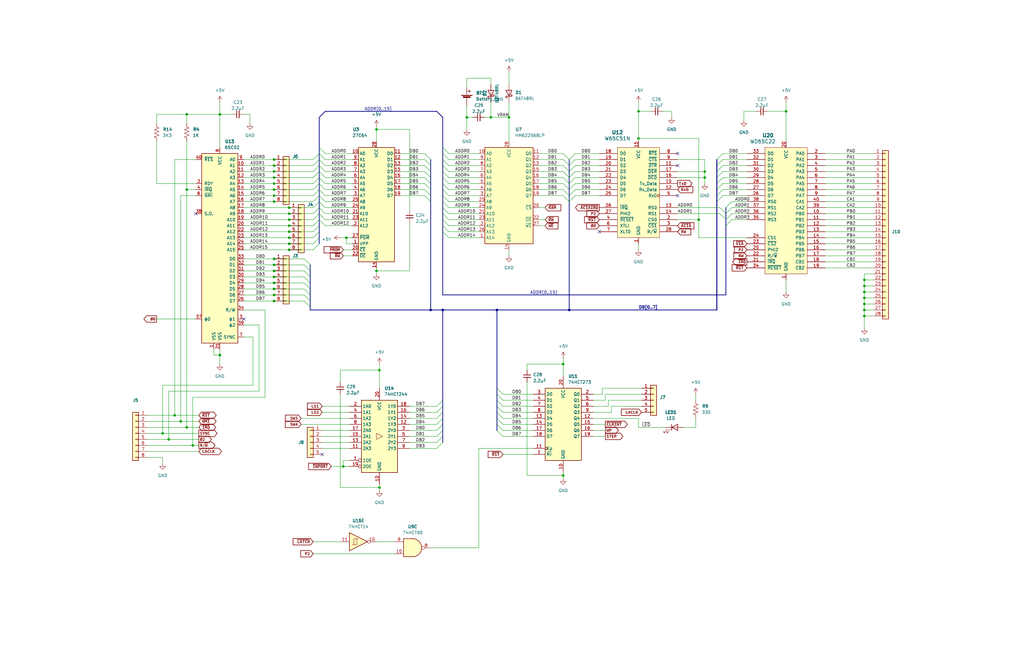
<source format=kicad_sch>
(kicad_sch (version 20230121) (generator eeschema)
  (paper "B")
  (title_block (title "XYM Microcomputer Remake") (date "2023-04-26") (rev "A") (company "JordanDSP LLC") (comment 1 "Original Design by Brian Webster, John Beckett et. Al.") (comment 2 "Schematic Reproduction by Benjamin W. D. Jordan"))
  (junction (at 115.57 77.47))
  (junction (at 160.02 205.74))
  (junction (at 364.49 133.35))
  (junction (at 237.49 153.67))
  (junction (at 115.57 109.22))
  (junction (at 297.18 72.39))
  (junction (at 364.49 130.81))
  (junction (at 121.92 97.79))
  (junction (at 331.47 46.99))
  (junction (at 146.05 100.33))
  (junction (at 115.57 111.76))
  (junction (at 115.57 67.31))
  (junction (at 115.57 116.84))
  (junction (at 76.2 177.8))
  (junction (at 158.75 54.61))
  (junction (at 186.69 130.81))
  (junction (at 115.57 69.85))
  (junction (at 81.28 187.96))
  (junction (at 294.64 92.71))
  (junction (at 121.92 90.17))
  (junction (at 115.57 85.09))
  (junction (at 364.49 128.27))
  (junction (at 115.57 114.3))
  (junction (at 269.24 46.99))
  (junction (at 121.92 87.63))
  (junction (at 121.92 92.71))
  (junction (at 115.57 82.55))
  (junction (at 115.57 72.39))
  (junction (at 78.74 48.26))
  (junction (at 73.66 175.26))
  (junction (at 209.55 130.81))
  (junction (at 78.74 80.01))
  (junction (at 115.57 119.38))
  (junction (at 115.57 74.93))
  (junction (at 92.71 48.26))
  (junction (at 240.03 130.81))
  (junction (at 115.57 127))
  (junction (at 115.57 80.01))
  (junction (at 364.49 123.19))
  (junction (at 207.01 49.53))
  (junction (at 121.92 105.41))
  (junction (at 158.75 114.3))
  (junction (at 269.24 58.42))
  (junction (at 78.74 180.34))
  (junction (at 214.63 49.53))
  (junction (at 364.49 125.73))
  (junction (at 71.12 185.42))
  (junction (at 121.92 95.25))
  (junction (at 68.58 182.88))
  (junction (at 92.71 149.86))
  (junction (at 115.57 121.92))
  (junction (at 144.78 196.85))
  (junction (at 121.92 100.33))
  (junction (at 196.85 49.53))
  (junction (at 364.49 120.65))
  (junction (at 297.18 74.93))
  (junction (at 115.57 124.46))
  (junction (at 364.49 118.11))
  (junction (at 181.61 130.81))
  (junction (at 237.49 200.66))
  (junction (at 121.92 102.87))
  (junction (at 160.02 156.21))
  (no_connect (at 252.73 97.79))
  (no_connect (at 285.75 69.85))
  (no_connect (at 285.75 82.55))
  (no_connect (at 82.55 90.17))
  (no_connect (at 102.87 134.62))
  (no_connect (at 285.75 64.77))
  (no_connect (at 135.89 191.77))
  (bus_entry (at 130.81 114.3) (size -2.54 -2.54))
  (bus_entry (at 134.62 80.01) (size -2.54 2.54))
  (bus_entry (at 134.62 85.09) (size 2.54 2.54))
  (bus_entry (at 209.55 181.61) (size 2.54 2.54))
  (bus_entry (at 306.07 92.71) (size 2.54 -2.54))
  (bus_entry (at 134.62 69.85) (size 2.54 2.54))
  (bus_entry (at 186.69 168.91) (size -2.54 2.54))
  (bus_entry (at 240.03 72.39) (size -2.54 -2.54))
  (bus_entry (at 134.62 92.71) (size -2.54 2.54))
  (bus_entry (at 306.07 95.25) (size 2.54 -2.54))
  (bus_entry (at 186.69 87.63) (size 2.54 2.54))
  (bus_entry (at 130.81 124.46) (size -2.54 -2.54))
  (bus_entry (at 181.61 82.55) (size -2.54 -2.54))
  (bus_entry (at 186.69 77.47) (size 2.54 2.54))
  (bus_entry (at 134.62 74.93) (size 2.54 2.54))
  (bus_entry (at 240.03 77.47) (size -2.54 -2.54))
  (bus_entry (at 240.03 82.55) (size 2.54 -2.54))
  (bus_entry (at 240.03 67.31) (size 2.54 -2.54))
  (bus_entry (at 240.03 69.85) (size 2.54 -2.54))
  (bus_entry (at 186.69 69.85) (size 2.54 2.54))
  (bus_entry (at 134.62 82.55) (size -2.54 2.54))
  (bus_entry (at 209.55 171.45) (size 2.54 2.54))
  (bus_entry (at 130.81 127) (size -2.54 -2.54))
  (bus_entry (at 134.62 85.09) (size -2.54 2.54))
  (bus_entry (at 134.62 64.77) (size -2.54 2.54))
  (bus_entry (at 186.69 173.99) (size -2.54 2.54))
  (bus_entry (at 240.03 67.31) (size -2.54 -2.54))
  (bus_entry (at 181.61 80.01) (size -2.54 -2.54))
  (bus_entry (at 209.55 176.53) (size 2.54 2.54))
  (bus_entry (at 186.69 184.15) (size -2.54 2.54))
  (bus_entry (at 186.69 64.77) (size 2.54 2.54))
  (bus_entry (at 186.69 82.55) (size 2.54 2.54))
  (bus_entry (at 209.55 173.99) (size 2.54 2.54))
  (bus_entry (at 186.69 72.39) (size 2.54 2.54))
  (bus_entry (at 181.61 74.93) (size -2.54 -2.54))
  (bus_entry (at 134.62 95.25) (size -2.54 2.54))
  (bus_entry (at 302.26 80.01) (size 2.54 -2.54))
  (bus_entry (at 302.26 74.93) (size 2.54 -2.54))
  (bus_entry (at 302.26 85.09) (size 2.54 -2.54))
  (bus_entry (at 186.69 97.79) (size 2.54 2.54))
  (bus_entry (at 209.55 166.37) (size 2.54 2.54))
  (bus_entry (at 186.69 171.45) (size -2.54 2.54))
  (bus_entry (at 186.69 74.93) (size 2.54 2.54))
  (bus_entry (at 134.62 90.17) (size 2.54 2.54))
  (bus_entry (at 240.03 85.09) (size 2.54 -2.54))
  (bus_entry (at 302.26 77.47) (size 2.54 -2.54))
  (bus_entry (at 134.62 87.63) (size -2.54 2.54))
  (bus_entry (at 186.69 80.01) (size 2.54 2.54))
  (bus_entry (at 306.07 90.17) (size -2.54 -2.54))
  (bus_entry (at 181.61 85.09) (size -2.54 -2.54))
  (bus_entry (at 134.62 62.23) (size 2.54 2.54))
  (bus_entry (at 302.26 69.85) (size 2.54 -2.54))
  (bus_entry (at 130.81 129.54) (size -2.54 -2.54))
  (bus_entry (at 134.62 77.47) (size -2.54 2.54))
  (bus_entry (at 134.62 74.93) (size -2.54 2.54))
  (bus_entry (at 130.81 111.76) (size -2.54 -2.54))
  (bus_entry (at 134.62 102.87) (size -2.54 2.54))
  (bus_entry (at 240.03 85.09) (size -2.54 -2.54))
  (bus_entry (at 302.26 82.55) (size 2.54 -2.54))
  (bus_entry (at 134.62 72.39) (size 2.54 2.54))
  (bus_entry (at 240.03 77.47) (size 2.54 -2.54))
  (bus_entry (at 186.69 67.31) (size 2.54 2.54))
  (bus_entry (at 240.03 74.93) (size 2.54 -2.54))
  (bus_entry (at 181.61 69.85) (size -2.54 -2.54))
  (bus_entry (at 240.03 69.85) (size -2.54 -2.54))
  (bus_entry (at 134.62 69.85) (size -2.54 2.54))
  (bus_entry (at 306.07 90.17) (size 2.54 -2.54))
  (bus_entry (at 306.07 87.63) (size 2.54 -2.54))
  (bus_entry (at 186.69 62.23) (size 2.54 2.54))
  (bus_entry (at 134.62 80.01) (size 2.54 2.54))
  (bus_entry (at 130.81 119.38) (size -2.54 -2.54))
  (bus_entry (at 240.03 72.39) (size 2.54 -2.54))
  (bus_entry (at 134.62 82.55) (size 2.54 2.54))
  (bus_entry (at 134.62 87.63) (size 2.54 2.54))
  (bus_entry (at 209.55 163.83) (size 2.54 2.54))
  (bus_entry (at 302.26 67.31) (size 2.54 -2.54))
  (bus_entry (at 240.03 80.01) (size 2.54 -2.54))
  (bus_entry (at 186.69 92.71) (size 2.54 2.54))
  (bus_entry (at 134.62 64.77) (size 2.54 2.54))
  (bus_entry (at 186.69 85.09) (size 2.54 2.54))
  (bus_entry (at 306.07 92.71) (size -2.54 -2.54))
  (bus_entry (at 130.81 121.92) (size -2.54 -2.54))
  (bus_entry (at 134.62 77.47) (size 2.54 2.54))
  (bus_entry (at 209.55 179.07) (size 2.54 2.54))
  (bus_entry (at 240.03 82.55) (size -2.54 -2.54))
  (bus_entry (at 302.26 72.39) (size 2.54 -2.54))
  (bus_entry (at 134.62 67.31) (size 2.54 2.54))
  (bus_entry (at 186.69 186.69) (size -2.54 2.54))
  (bus_entry (at 181.61 72.39) (size -2.54 -2.54))
  (bus_entry (at 186.69 90.17) (size 2.54 2.54))
  (bus_entry (at 134.62 72.39) (size -2.54 2.54))
  (bus_entry (at 181.61 67.31) (size -2.54 -2.54))
  (bus_entry (at 134.62 100.33) (size -2.54 2.54))
  (bus_entry (at 240.03 74.93) (size -2.54 -2.54))
  (bus_entry (at 181.61 77.47) (size -2.54 -2.54))
  (bus_entry (at 209.55 168.91) (size 2.54 2.54))
  (bus_entry (at 186.69 176.53) (size -2.54 2.54))
  (bus_entry (at 134.62 90.17) (size -2.54 2.54))
  (bus_entry (at 134.62 67.31) (size -2.54 2.54))
  (bus_entry (at 186.69 179.07) (size -2.54 2.54))
  (bus_entry (at 186.69 181.61) (size -2.54 2.54))
  (bus_entry (at 186.69 95.25) (size 2.54 2.54))
  (bus_entry (at 130.81 116.84) (size -2.54 -2.54))
  (bus_entry (at 134.62 97.79) (size -2.54 2.54))
  (bus_entry (at 134.62 92.71) (size 2.54 2.54))
  (bus_entry (at 240.03 80.01) (size -2.54 -2.54))
  (wire (pts (xy 115.57 114.3) (xy 128.27 114.3)))
  (wire (pts (xy 115.57 127) (xy 102.87 127)))
  (wire (pts (xy 111.76 130.81) (xy 111.76 167.64)))
  (bus (pts (xy 306.07 95.25) (xy 306.07 124.46)))
  (bus (pts (xy 209.55 176.53) (xy 209.55 179.07)))
  (wire (pts (xy 364.49 128.27) (xy 364.49 125.73)))
  (bus (pts (xy 186.69 82.55) (xy 186.69 85.09)))
  (wire (pts (xy 139.7 196.85) (xy 144.78 196.85)))
  (wire (pts (xy 196.85 49.53) (xy 196.85 54.61)))
  (wire (pts (xy 137.16 69.85) (xy 148.59 69.85)))
  (wire (pts (xy 347.98 107.95) (xy 368.3 107.95)))
  (wire (pts (xy 137.16 92.71) (xy 148.59 92.71)))
  (wire (pts (xy 102.87 105.41) (xy 121.92 105.41)))
  (wire (pts (xy 158.75 228.6) (xy 166.37 228.6)))
  (wire (pts (xy 92.71 153.67) (xy 92.71 149.86)))
  (bus (pts (xy 306.07 87.63) (xy 306.07 90.17)))
  (wire (pts (xy 158.75 113.03) (xy 158.75 114.3)))
  (bus (pts (xy 130.81 130.81) (xy 181.61 130.81)))
  (wire (pts (xy 102.87 74.93) (xy 115.57 74.93)))
  (wire (pts (xy 137.16 67.31) (xy 148.59 67.31)))
  (wire (pts (xy 270.51 168.91) (xy 256.54 168.91)))
  (wire (pts (xy 62.23 175.26) (xy 73.66 175.26)))
  (wire (pts (xy 304.8 64.77) (xy 314.96 64.77)))
  (wire (pts (xy 347.98 67.31) (xy 368.3 67.31)))
  (wire (pts (xy 207.01 49.53) (xy 207.01 43.18)))
  (wire (pts (xy 121.92 105.41) (xy 132.08 105.41)))
  (bus (pts (xy 302.26 69.85) (xy 302.26 72.39)) (stroke (width 0.4)))
  (bus (pts (xy 186.69 64.77) (xy 186.69 67.31)))
  (bus (pts (xy 181.61 67.31) (xy 181.61 69.85)))
  (wire (pts (xy 102.87 95.25) (xy 121.92 95.25)))
  (wire (pts (xy 222.25 200.66) (xy 237.49 200.66)))
  (wire (pts (xy 364.49 133.35) (xy 364.49 130.81)))
  (wire (pts (xy 83.82 185.42) (xy 71.12 185.42)))
  (wire (pts (xy 364.49 130.81) (xy 364.49 128.27)))
  (wire (pts (xy 102.87 130.81) (xy 111.76 130.81)))
  (wire (pts (xy 144.78 107.95) (xy 148.59 107.95)))
  (bus (pts (xy 181.61 74.93) (xy 181.61 77.47)))
  (wire (pts (xy 78.74 52.07) (xy 78.74 48.26)))
  (wire (pts (xy 254 163.83) (xy 254 166.37)))
  (wire (pts (xy 347.98 82.55) (xy 368.3 82.55)))
  (wire (pts (xy 179.07 64.77) (xy 168.91 64.77)))
  (wire (pts (xy 293.37 168.91) (xy 293.37 166.37)))
  (bus (pts (xy 130.81 114.3) (xy 130.81 116.84)))
  (bus (pts (xy 240.03 82.55) (xy 240.03 85.09)))
  (wire (pts (xy 304.8 80.01) (xy 314.96 80.01)))
  (wire (pts (xy 364.49 120.65) (xy 364.49 118.11)))
  (wire (pts (xy 106.68 162.56) (xy 68.58 162.56)))
  (bus (pts (xy 181.61 80.01) (xy 181.61 82.55)))
  (wire (pts (xy 179.07 69.85) (xy 168.91 69.85)))
  (wire (pts (xy 212.09 173.99) (xy 224.79 173.99)))
  (wire (pts (xy 229.87 95.25) (xy 227.33 95.25)))
  (wire (pts (xy 115.57 124.46) (xy 102.87 124.46)))
  (wire (pts (xy 132.08 233.68) (xy 166.37 233.68)))
  (wire (pts (xy 158.75 54.61) (xy 158.75 59.69)))
  (wire (pts (xy 172.72 173.99) (xy 184.15 173.99)))
  (bus (pts (xy 186.69 168.91) (xy 186.69 171.45)))
  (wire (pts (xy 115.57 82.55) (xy 132.08 82.55)))
  (wire (pts (xy 257.81 173.99) (xy 250.19 173.99)))
  (wire (pts (xy 364.49 128.27) (xy 368.3 128.27)))
  (wire (pts (xy 347.98 97.79) (xy 368.3 97.79)))
  (bus (pts (xy 186.69 171.45) (xy 186.69 173.99)))
  (bus (pts (xy 134.62 90.17) (xy 134.62 92.71)))
  (wire (pts (xy 172.72 181.61) (xy 184.15 181.61)))
  (wire (pts (xy 308.61 87.63) (xy 314.96 87.63)))
  (wire (pts (xy 331.47 123.19) (xy 331.47 118.11)))
  (bus (pts (xy 134.62 100.33) (xy 134.62 102.87)))
  (wire (pts (xy 76.2 82.55) (xy 82.55 82.55)))
  (wire (pts (xy 196.85 49.53) (xy 199.39 49.53)))
  (wire (pts (xy 66.04 48.26) (xy 78.74 48.26)))
  (bus (pts (xy 186.69 181.61) (xy 186.69 184.15)))
  (wire (pts (xy 115.57 121.92) (xy 102.87 121.92)))
  (wire (pts (xy 270.51 166.37) (xy 255.27 166.37)))
  (wire (pts (xy 78.74 180.34) (xy 78.74 80.01)))
  (bus (pts (xy 186.69 49.53) (xy 184.15 46.99)))
  (wire (pts (xy 347.98 110.49) (xy 368.3 110.49)))
  (wire (pts (xy 115.57 85.09) (xy 132.08 85.09)))
  (wire (pts (xy 115.57 80.01) (xy 132.08 80.01)))
  (wire (pts (xy 285.75 92.71) (xy 294.64 92.71)))
  (wire (pts (xy 347.98 64.77) (xy 368.3 64.77)))
  (wire (pts (xy 237.49 82.55) (xy 227.33 82.55)))
  (wire (pts (xy 347.98 77.47) (xy 368.3 77.47)))
  (wire (pts (xy 347.98 85.09) (xy 368.3 85.09)))
  (bus (pts (xy 181.61 72.39) (xy 181.61 74.93)))
  (bus (pts (xy 186.69 49.53) (xy 186.69 62.23)))
  (bus (pts (xy 302.26 80.01) (xy 302.26 82.55)) (stroke (width 0.4)))
  (wire (pts (xy 83.82 190.5) (xy 62.23 190.5)))
  (wire (pts (xy 78.74 59.69) (xy 78.74 80.01)))
  (wire (pts (xy 285.75 74.93) (xy 297.18 74.93)))
  (wire (pts (xy 127 176.53) (xy 147.32 176.53)))
  (bus (pts (xy 306.07 124.46) (xy 186.69 124.46)))
  (wire (pts (xy 189.23 80.01) (xy 201.93 80.01)))
  (wire (pts (xy 144.78 196.85) (xy 147.32 196.85)))
  (wire (pts (xy 68.58 195.58) (xy 68.58 193.04)))
  (wire (pts (xy 364.49 125.73) (xy 368.3 125.73)))
  (wire (pts (xy 297.18 72.39) (xy 297.18 74.93)))
  (bus (pts (xy 186.69 179.07) (xy 186.69 181.61)))
  (wire (pts (xy 364.49 130.81) (xy 368.3 130.81)))
  (wire (pts (xy 137.16 95.25) (xy 148.59 95.25)))
  (bus (pts (xy 209.55 168.91) (xy 209.55 171.45)))
  (wire (pts (xy 92.71 48.26) (xy 97.79 48.26)))
  (bus (pts (xy 134.62 69.85) (xy 134.62 72.39)))
  (wire (pts (xy 237.49 153.67) (xy 237.49 158.75)))
  (wire (pts (xy 242.57 67.31) (xy 252.73 67.31)))
  (wire (pts (xy 76.2 177.8) (xy 83.82 177.8)))
  (wire (pts (xy 285.75 72.39) (xy 297.18 72.39)))
  (bus (pts (xy 240.03 67.31) (xy 240.03 69.85)))
  (bus (pts (xy 240.03 80.01) (xy 240.03 82.55)))
  (wire (pts (xy 121.92 95.25) (xy 132.08 95.25)))
  (wire (pts (xy 189.23 74.93) (xy 201.93 74.93)))
  (wire (pts (xy 189.23 100.33) (xy 201.93 100.33)))
  (wire (pts (xy 242.57 69.85) (xy 252.73 69.85)))
  (wire (pts (xy 304.8 82.55) (xy 314.96 82.55)))
  (wire (pts (xy 172.72 179.07) (xy 184.15 179.07)))
  (wire (pts (xy 62.23 180.34) (xy 78.74 180.34)))
  (wire (pts (xy 102.87 102.87) (xy 121.92 102.87)))
  (wire (pts (xy 121.92 90.17) (xy 132.08 90.17)))
  (wire (pts (xy 158.75 53.34) (xy 158.75 54.61)))
  (bus (pts (xy 186.69 62.23) (xy 186.69 64.77)))
  (bus (pts (xy 209.55 130.81) (xy 209.55 163.83)))
  (bus (pts (xy 240.03 69.85) (xy 240.03 72.39)))
  (wire (pts (xy 115.57 119.38) (xy 102.87 119.38)))
  (wire (pts (xy 201.93 231.14) (xy 201.93 189.23)))
  (wire (pts (xy 158.75 114.3) (xy 158.75 115.57)))
  (wire (pts (xy 364.49 118.11) (xy 368.3 118.11)))
  (bus (pts (xy 130.81 116.84) (xy 130.81 119.38)))
  (wire (pts (xy 212.09 171.45) (xy 224.79 171.45)))
  (wire (pts (xy 364.49 123.19) (xy 364.49 120.65)))
  (wire (pts (xy 78.74 80.01) (xy 82.55 80.01)))
  (wire (pts (xy 73.66 175.26) (xy 83.82 175.26)))
  (bus (pts (xy 134.62 67.31) (xy 134.62 69.85)))
  (wire (pts (xy 294.64 58.42) (xy 269.24 58.42)))
  (wire (pts (xy 285.75 87.63) (xy 303.53 87.63)))
  (wire (pts (xy 71.12 165.1) (xy 71.12 185.42)))
  (wire (pts (xy 137.16 90.17) (xy 148.59 90.17)))
  (wire (pts (xy 102.87 69.85) (xy 115.57 69.85)))
  (wire (pts (xy 115.57 77.47) (xy 132.08 77.47)))
  (wire (pts (xy 144.78 105.41) (xy 148.59 105.41)))
  (bus (pts (xy 186.69 87.63) (xy 186.69 90.17)))
  (wire (pts (xy 256.54 168.91) (xy 256.54 171.45)))
  (wire (pts (xy 115.57 114.3) (xy 102.87 114.3)))
  (wire (pts (xy 347.98 100.33) (xy 368.3 100.33)))
  (bus (pts (xy 186.69 74.93) (xy 186.69 77.47)))
  (wire (pts (xy 283.21 46.99) (xy 279.4 46.99)))
  (bus (pts (xy 240.03 77.47) (xy 240.03 80.01)))
  (wire (pts (xy 179.07 82.55) (xy 168.91 82.55)))
  (wire (pts (xy 137.16 85.09) (xy 148.59 85.09)))
  (wire (pts (xy 146.05 102.87) (xy 146.05 100.33)))
  (wire (pts (xy 347.98 69.85) (xy 368.3 69.85)))
  (bus (pts (xy 186.69 92.71) (xy 186.69 95.25)))
  (wire (pts (xy 78.74 48.26) (xy 92.71 48.26)))
  (bus (pts (xy 209.55 166.37) (xy 209.55 168.91)))
  (wire (pts (xy 81.28 187.96) (xy 62.23 187.96)))
  (wire (pts (xy 364.49 125.73) (xy 364.49 123.19)))
  (wire (pts (xy 269.24 176.53) (xy 250.19 176.53)))
  (wire (pts (xy 121.92 87.63) (xy 132.08 87.63)))
  (wire (pts (xy 73.66 67.31) (xy 82.55 67.31)))
  (wire (pts (xy 102.87 87.63) (xy 121.92 87.63)))
  (bus (pts (xy 209.55 171.45) (xy 209.55 173.99)))
  (wire (pts (xy 137.16 72.39) (xy 148.59 72.39)))
  (wire (pts (xy 237.49 69.85) (xy 227.33 69.85)))
  (wire (pts (xy 212.09 168.91) (xy 224.79 168.91)))
  (bus (pts (xy 134.62 80.01) (xy 134.62 82.55)))
  (wire (pts (xy 201.93 87.63) (xy 189.23 87.63)))
  (wire (pts (xy 66.04 77.47) (xy 66.04 59.69)))
  (wire (pts (xy 347.98 113.03) (xy 368.3 113.03)))
  (wire (pts (xy 331.47 43.18) (xy 331.47 46.99)))
  (wire (pts (xy 92.71 43.18) (xy 92.71 48.26)))
  (wire (pts (xy 90.17 147.32) (xy 90.17 149.86)))
  (wire (pts (xy 347.98 72.39) (xy 368.3 72.39)))
  (wire (pts (xy 172.72 189.23) (xy 184.15 189.23)))
  (wire (pts (xy 347.98 90.17) (xy 368.3 90.17)))
  (bus (pts (xy 134.62 97.79) (xy 134.62 100.33)))
  (wire (pts (xy 137.16 74.93) (xy 148.59 74.93)))
  (wire (pts (xy 212.09 179.07) (xy 224.79 179.07)))
  (wire (pts (xy 115.57 111.76) (xy 128.27 111.76)))
  (bus (pts (xy 134.62 85.09) (xy 134.62 87.63)))
  (bus (pts (xy 181.61 130.81) (xy 186.69 130.81)))
  (wire (pts (xy 105.41 52.07) (xy 105.41 48.26)))
  (wire (pts (xy 237.49 201.93) (xy 237.49 200.66)))
  (wire (pts (xy 364.49 133.35) (xy 368.3 133.35)))
  (bus (pts (xy 134.62 77.47) (xy 134.62 80.01)))
  (bus (pts (xy 134.62 87.63) (xy 134.62 90.17)))
  (wire (pts (xy 66.04 134.62) (xy 82.55 134.62)))
  (wire (pts (xy 71.12 185.42) (xy 62.23 185.42)))
  (wire (pts (xy 207.01 35.56) (xy 207.01 33.02)))
  (wire (pts (xy 102.87 82.55) (xy 115.57 82.55)))
  (wire (pts (xy 269.24 43.18) (xy 269.24 46.99)))
  (wire (pts (xy 137.16 77.47) (xy 148.59 77.47)))
  (wire (pts (xy 102.87 90.17) (xy 121.92 90.17)))
  (wire (pts (xy 172.72 186.69) (xy 184.15 186.69)))
  (wire (pts (xy 179.07 67.31) (xy 168.91 67.31)))
  (wire (pts (xy 364.49 138.43) (xy 364.49 133.35)))
  (wire (pts (xy 179.07 80.01) (xy 168.91 80.01)))
  (wire (pts (xy 160.02 156.21) (xy 160.02 163.83)))
  (bus (pts (xy 186.69 69.85) (xy 186.69 72.39)))
  (bus (pts (xy 302.26 82.55) (xy 302.26 85.09)) (stroke (width 0.4)))
  (wire (pts (xy 102.87 67.31) (xy 115.57 67.31)))
  (wire (pts (xy 109.22 137.16) (xy 109.22 165.1)))
  (wire (pts (xy 214.63 30.48) (xy 214.63 35.56)))
  (wire (pts (xy 172.72 93.98) (xy 172.72 114.3)))
  (wire (pts (xy 196.85 44.45) (xy 196.85 49.53)))
  (bus (pts (xy 186.69 173.99) (xy 186.69 176.53)))
  (bus (pts (xy 240.03 72.39) (xy 240.03 74.93)))
  (bus (pts (xy 134.62 72.39) (xy 134.62 74.93)))
  (wire (pts (xy 102.87 137.16) (xy 109.22 137.16)))
  (wire (pts (xy 347.98 102.87) (xy 368.3 102.87)))
  (wire (pts (xy 364.49 120.65) (xy 368.3 120.65)))
  (bus (pts (xy 130.81 129.54) (xy 130.81 130.81)))
  (wire (pts (xy 179.07 77.47) (xy 168.91 77.47)))
  (wire (pts (xy 121.92 100.33) (xy 132.08 100.33)))
  (wire (pts (xy 242.57 64.77) (xy 252.73 64.77)))
  (bus (pts (xy 134.62 92.71) (xy 134.62 95.25)))
  (wire (pts (xy 102.87 142.24) (xy 106.68 142.24)))
  (wire (pts (xy 283.21 49.53) (xy 283.21 46.99)))
  (wire (pts (xy 115.57 109.22) (xy 128.27 109.22)))
  (wire (pts (xy 256.54 171.45) (xy 250.19 171.45)))
  (bus (pts (xy 130.81 121.92) (xy 130.81 124.46)))
  (wire (pts (xy 132.08 228.6) (xy 143.51 228.6)))
  (wire (pts (xy 135.89 171.45) (xy 147.32 171.45)))
  (wire (pts (xy 189.23 69.85) (xy 201.93 69.85)))
  (wire (pts (xy 293.37 180.34) (xy 293.37 176.53)))
  (bus (pts (xy 186.69 90.17) (xy 186.69 92.71)))
  (bus (pts (xy 134.62 95.25) (xy 134.62 97.79)))
  (wire (pts (xy 102.87 100.33) (xy 121.92 100.33)))
  (wire (pts (xy 270.51 163.83) (xy 254 163.83)))
  (bus (pts (xy 302.26 74.93) (xy 302.26 77.47)) (stroke (width 0.4)))
  (wire (pts (xy 81.28 167.64) (xy 81.28 187.96)))
  (wire (pts (xy 285.75 67.31) (xy 297.18 67.31)))
  (wire (pts (xy 160.02 207.01) (xy 160.02 205.74)))
  (wire (pts (xy 237.49 74.93) (xy 227.33 74.93)))
  (bus (pts (xy 181.61 69.85) (xy 181.61 72.39)))
  (wire (pts (xy 207.01 33.02) (xy 196.85 33.02)))
  (wire (pts (xy 222.25 156.21) (xy 222.25 153.67)))
  (wire (pts (xy 172.72 171.45) (xy 184.15 171.45)))
  (wire (pts (xy 347.98 105.41) (xy 368.3 105.41)))
  (wire (pts (xy 364.49 115.57) (xy 368.3 115.57)))
  (wire (pts (xy 189.23 82.55) (xy 201.93 82.55)))
  (wire (pts (xy 143.51 166.37) (xy 143.51 205.74)))
  (wire (pts (xy 364.49 123.19) (xy 368.3 123.19)))
  (bus (pts (xy 306.07 90.17) (xy 306.07 92.71)))
  (wire (pts (xy 68.58 182.88) (xy 62.23 182.88)))
  (wire (pts (xy 254 166.37) (xy 250.19 166.37)))
  (wire (pts (xy 115.57 74.93) (xy 132.08 74.93)))
  (bus (pts (xy 209.55 163.83) (xy 209.55 166.37)))
  (wire (pts (xy 269.24 46.99) (xy 274.32 46.99)))
  (wire (pts (xy 242.57 77.47) (xy 252.73 77.47)))
  (wire (pts (xy 144.78 194.31) (xy 144.78 196.85)))
  (wire (pts (xy 115.57 72.39) (xy 132.08 72.39)))
  (wire (pts (xy 137.16 80.01) (xy 148.59 80.01)))
  (wire (pts (xy 73.66 175.26) (xy 73.66 67.31)))
  (wire (pts (xy 212.09 176.53) (xy 224.79 176.53)))
  (wire (pts (xy 115.57 124.46) (xy 128.27 124.46)))
  (wire (pts (xy 222.25 153.67) (xy 237.49 153.67)))
  (wire (pts (xy 172.72 54.61) (xy 158.75 54.61)))
  (wire (pts (xy 135.89 181.61) (xy 147.32 181.61)))
  (bus (pts (xy 137.16 46.99) (xy 184.15 46.99)))
  (bus (pts (xy 186.69 95.25) (xy 186.69 97.79)))
  (wire (pts (xy 269.24 46.99) (xy 269.24 58.42)))
  (bus (pts (xy 186.69 72.39) (xy 186.69 74.93)))
  (bus (pts (xy 186.69 67.31) (xy 186.69 69.85)))
  (wire (pts (xy 115.57 69.85) (xy 132.08 69.85)))
  (bus (pts (xy 186.69 80.01) (xy 186.69 82.55)))
  (bus (pts (xy 130.81 111.76) (xy 130.81 114.3)))
  (wire (pts (xy 308.61 90.17) (xy 314.96 90.17)))
  (wire (pts (xy 189.23 64.77) (xy 201.93 64.77)))
  (wire (pts (xy 137.16 64.77) (xy 148.59 64.77)))
  (wire (pts (xy 146.05 100.33) (xy 148.59 100.33)))
  (bus (pts (xy 130.81 124.46) (xy 130.81 127)))
  (wire (pts (xy 115.57 121.92) (xy 128.27 121.92)))
  (wire (pts (xy 347.98 92.71) (xy 368.3 92.71)))
  (bus (pts (xy 186.69 130.81) (xy 209.55 130.81)))
  (bus (pts (xy 186.69 77.47) (xy 186.69 80.01)))
  (wire (pts (xy 102.87 72.39) (xy 115.57 72.39)))
  (wire (pts (xy 82.55 77.47) (xy 66.04 77.47)))
  (wire (pts (xy 92.71 149.86) (xy 92.71 147.32)))
  (wire (pts (xy 257.81 171.45) (xy 257.81 173.99)))
  (wire (pts (xy 242.57 72.39) (xy 252.73 72.39)))
  (wire (pts (xy 347.98 74.93) (xy 368.3 74.93)))
  (wire (pts (xy 135.89 173.99) (xy 147.32 173.99)))
  (wire (pts (xy 308.61 92.71) (xy 314.96 92.71)))
  (bus (pts (xy 186.69 176.53) (xy 186.69 179.07)))
  (wire (pts (xy 189.23 92.71) (xy 201.93 92.71)))
  (bus (pts (xy 186.69 184.15) (xy 186.69 186.69)))
  (wire (pts (xy 189.23 95.25) (xy 201.93 95.25)))
  (bus (pts (xy 302.26 72.39) (xy 302.26 74.93)) (stroke (width 0.4)))
  (wire (pts (xy 237.49 67.31) (xy 227.33 67.31)))
  (wire (pts (xy 181.61 231.14) (xy 201.93 231.14)))
  (wire (pts (xy 135.89 184.15) (xy 147.32 184.15)))
  (wire (pts (xy 314.96 100.33) (xy 294.64 100.33)))
  (wire (pts (xy 115.57 116.84) (xy 102.87 116.84)))
  (wire (pts (xy 111.76 167.64) (xy 81.28 167.64)))
  (wire (pts (xy 115.57 67.31) (xy 132.08 67.31)))
  (wire (pts (xy 102.87 92.71) (xy 121.92 92.71)))
  (wire (pts (xy 347.98 80.01) (xy 368.3 80.01)))
  (bus (pts (xy 181.61 85.09) (xy 181.61 130.81)))
  (wire (pts (xy 172.72 114.3) (xy 158.75 114.3)))
  (wire (pts (xy 229.87 87.63) (xy 227.33 87.63)))
  (wire (pts (xy 269.24 180.34) (xy 269.24 176.53)))
  (wire (pts (xy 68.58 162.56) (xy 68.58 182.88)))
  (wire (pts (xy 364.49 118.11) (xy 364.49 115.57)))
  (wire (pts (xy 347.98 87.63) (xy 368.3 87.63)))
  (wire (pts (xy 237.49 200.66) (xy 237.49 199.39)))
  (wire (pts (xy 115.57 111.76) (xy 102.87 111.76)))
  (wire (pts (xy 201.93 189.23) (xy 224.79 189.23)))
  (wire (pts (xy 242.57 80.01) (xy 252.73 80.01)))
  (bus (pts (xy 134.62 74.93) (xy 134.62 77.47)))
  (bus (pts (xy 302.26 77.47) (xy 302.26 80.01)) (stroke (width 0.4)))
  (wire (pts (xy 90.17 149.86) (xy 92.71 149.86)))
  (bus (pts (xy 186.69 130.81) (xy 186.69 168.91)))
  (bus (pts (xy 240.03 85.09) (xy 240.03 130.81)))
  (wire (pts (xy 66.04 52.07) (xy 66.04 48.26)))
  (wire (pts (xy 179.07 72.39) (xy 168.91 72.39)))
  (wire (pts (xy 115.57 109.22) (xy 102.87 109.22)))
  (wire (pts (xy 237.49 77.47) (xy 227.33 77.47)))
  (wire (pts (xy 214.63 43.18) (xy 214.63 49.53)))
  (wire (pts (xy 121.92 97.79) (xy 132.08 97.79)))
  (wire (pts (xy 331.47 46.99) (xy 331.47 59.69)))
  (wire (pts (xy 160.02 205.74) (xy 160.02 204.47)))
  (wire (pts (xy 323.85 46.99) (xy 331.47 46.99)))
  (wire (pts (xy 109.22 165.1) (xy 71.12 165.1)))
  (wire (pts (xy 242.57 74.93) (xy 252.73 74.93)))
  (wire (pts (xy 102.87 77.47) (xy 115.57 77.47)))
  (wire (pts (xy 270.51 171.45) (xy 257.81 171.45)))
  (wire (pts (xy 106.68 142.24) (xy 106.68 162.56)))
  (wire (pts (xy 318.77 46.99) (xy 313.69 46.99)))
  (wire (pts (xy 127 179.07) (xy 147.32 179.07)))
  (wire (pts (xy 269.24 105.41) (xy 269.24 102.87)))
  (wire (pts (xy 297.18 77.47) (xy 297.18 74.93)))
  (wire (pts (xy 172.72 176.53) (xy 184.15 176.53)))
  (wire (pts (xy 115.57 116.84) (xy 128.27 116.84)))
  (wire (pts (xy 293.37 180.34) (xy 288.29 180.34)))
  (wire (pts (xy 255.27 168.91) (xy 250.19 168.91)))
  (wire (pts (xy 212.09 166.37) (xy 224.79 166.37)))
  (wire (pts (xy 294.64 100.33) (xy 294.64 92.71)))
  (bus (pts (xy 134.62 49.53) (xy 134.62 62.23)))
  (wire (pts (xy 102.87 80.01) (xy 115.57 80.01)))
  (wire (pts (xy 121.92 92.71) (xy 132.08 92.71)))
  (wire (pts (xy 255.27 181.61) (xy 250.19 181.61)))
  (wire (pts (xy 137.16 82.55) (xy 148.59 82.55)))
  (bus (pts (xy 302.26 85.09) (xy 302.26 130.81)) (stroke (width 0.4)))
  (wire (pts (xy 137.16 87.63) (xy 148.59 87.63)))
  (wire (pts (xy 189.23 77.47) (xy 201.93 77.47)))
  (wire (pts (xy 201.93 85.09) (xy 189.23 85.09)))
  (wire (pts (xy 143.51 205.74) (xy 160.02 205.74)))
  (wire (pts (xy 83.82 182.88) (xy 68.58 182.88)))
  (wire (pts (xy 160.02 153.67) (xy 160.02 156.21)))
  (bus (pts (xy 306.07 92.71) (xy 306.07 95.25)))
  (wire (pts (xy 237.49 151.13) (xy 237.49 153.67)))
  (bus (pts (xy 240.03 130.81) (xy 302.26 130.81)))
  (wire (pts (xy 172.72 184.15) (xy 184.15 184.15)))
  (bus (pts (xy 240.03 74.93) (xy 240.03 77.47)))
  (wire (pts (xy 212.09 184.15) (xy 224.79 184.15)))
  (wire (pts (xy 68.58 193.04) (xy 62.23 193.04)))
  (wire (pts (xy 229.87 92.71) (xy 227.33 92.71)))
  (wire (pts (xy 212.09 191.77) (xy 224.79 191.77)))
  (wire (pts (xy 102.87 85.09) (xy 115.57 85.09)))
  (bus (pts (xy 186.69 85.09) (xy 186.69 87.63)))
  (wire (pts (xy 285.75 90.17) (xy 303.53 90.17)))
  (bus (pts (xy 209.55 130.81) (xy 240.03 130.81)))
  (wire (pts (xy 92.71 48.26) (xy 92.71 62.23)))
  (wire (pts (xy 172.72 88.9) (xy 172.72 54.61)))
  (wire (pts (xy 304.8 74.93) (xy 314.96 74.93)))
  (wire (pts (xy 147.32 194.31) (xy 144.78 194.31)))
  (wire (pts (xy 201.93 67.31) (xy 189.23 67.31)))
  (wire (pts (xy 115.57 119.38) (xy 128.27 119.38)))
  (bus (pts (xy 134.62 62.23) (xy 134.62 64.77)))
  (wire (pts (xy 347.98 95.25) (xy 368.3 95.25)))
  (wire (pts (xy 255.27 166.37) (xy 255.27 168.91)))
  (wire (pts (xy 212.09 181.61) (xy 224.79 181.61)))
  (wire (pts (xy 189.23 72.39) (xy 201.93 72.39)))
  (wire (pts (xy 313.69 46.99) (xy 313.69 50.8)))
  (wire (pts (xy 148.59 102.87) (xy 146.05 102.87)))
  (wire (pts (xy 297.18 67.31) (xy 297.18 72.39)))
  (bus (pts (xy 181.61 82.55) (xy 181.61 85.09)))
  (wire (pts (xy 308.61 85.09) (xy 314.96 85.09)))
  (bus (pts (xy 181.61 77.47) (xy 181.61 80.01)))
  (wire (pts (xy 83.82 187.96) (xy 81.28 187.96)))
  (bus (pts (xy 130.81 119.38) (xy 130.81 121.92)))
  (wire (pts (xy 189.23 90.17) (xy 201.93 90.17)))
  (bus (pts (xy 134.62 82.55) (xy 134.62 85.09)))
  (wire (pts (xy 237.49 80.01) (xy 227.33 80.01)))
  (wire (pts (xy 255.27 184.15) (xy 250.19 184.15)))
  (wire (pts (xy 280.67 180.34) (xy 269.24 180.34)))
  (wire (pts (xy 222.25 161.29) (xy 222.25 200.66)))
  (wire (pts (xy 143.51 156.21) (xy 160.02 156.21)))
  (bus (pts (xy 209.55 179.07) (xy 209.55 181.61)))
  (wire (pts (xy 304.8 77.47) (xy 314.96 77.47)))
  (bus (pts (xy 137.16 46.99) (xy 134.62 49.53)))
  (bus (pts (xy 186.69 124.46) (xy 186.69 97.79)))
  (bus (pts (xy 209.55 173.99) (xy 209.55 176.53)))
  (wire (pts (xy 304.8 72.39) (xy 314.96 72.39)))
  (wire (pts (xy 189.23 97.79) (xy 201.93 97.79)))
  (wire (pts (xy 78.74 180.34) (xy 83.82 180.34)))
  (wire (pts (xy 204.47 49.53) (xy 207.01 49.53)))
  (wire (pts (xy 115.57 127) (xy 128.27 127)))
  (wire (pts (xy 304.8 69.85) (xy 314.96 69.85)))
  (wire (pts (xy 196.85 33.02) (xy 196.85 36.83)))
  (wire (pts (xy 237.49 64.77) (xy 227.33 64.77)))
  (wire (pts (xy 105.41 48.26) (xy 102.87 48.26)))
  (wire (pts (xy 207.01 49.53) (xy 214.63 49.53)))
  (wire (pts (xy 255.27 179.07) (xy 250.19 179.07)))
  (wire (pts (xy 179.07 74.93) (xy 168.91 74.93)))
  (wire (pts (xy 135.89 186.69) (xy 147.32 186.69)))
  (wire (pts (xy 76.2 177.8) (xy 76.2 82.55)))
  (wire (pts (xy 294.64 92.71) (xy 294.64 58.42)))
  (wire (pts (xy 269.24 58.42) (xy 269.24 59.69)))
  (wire (pts (xy 143.51 161.29) (xy 143.51 156.21)))
  (wire (pts (xy 214.63 49.53) (xy 214.63 59.69)))
  (wire (pts (xy 237.49 72.39) (xy 227.33 72.39)))
  (wire (pts (xy 242.57 82.55) (xy 252.73 82.55)))
  (wire (pts (xy 304.8 67.31) (xy 314.96 67.31)))
  (bus (pts (xy 302.26 67.31) (xy 302.26 69.85)) (stroke (width 0.4)))
  (bus (pts (xy 134.62 64.77) (xy 134.62 67.31)))
  (wire (pts (xy 121.92 102.87) (xy 132.08 102.87)))
  (bus (pts (xy 130.81 127) (xy 130.81 129.54)))
  (wire (pts (xy 214.63 105.41) (xy 214.63 107.95)))
  (wire (pts (xy 143.51 100.33) (xy 146.05 100.33)))
  (wire (pts (xy 102.87 97.79) (xy 121.92 97.79)))
  (wire (pts (xy 135.89 189.23) (xy 147.32 189.23)))
  (wire (pts (xy 62.23 177.8) (xy 76.2 177.8)))
  (label "DB0" (at 111.76 109.22 180))
  (label "DB7" (at 245.11 82.55 0))
  (label "PB5" (at 356.87 102.87 0))
  (label "DB3" (at 176.53 72.39 180))
  (label "ADDR11" (at 193.04 92.71 0))
  (label "PB2" (at 356.87 95.25 0))
  (label "DB4" (at 245.11 74.93 0))
  (label "ADDR12" (at 193.04 95.25 0))
  (label "ADDR13" (at 193.04 97.79 0))
  (label "VRAM" (at 209.55 49.53 0))
  (label "PA5" (at 356.87 77.47 0))
  (label "ADDR4" (at 111.76 77.47 180))
  (label "DB1" (at 215.9 168.91 0))
  (label "DB2" (at 176.53 69.85 180))
  (label "DB4" (at 111.76 119.38 180))
  (label "DB6" (at 176.53 80.01 180))
  (label "DB6" (at 175.26 173.99 0))
  (label "ADDR10" (at 193.04 90.17 0))
  (label "ADDR2" (at 309.88 90.17 0))
  (label "DB0" (at 175.26 181.61 0))
  (label "PA6" (at 356.87 80.01 0))
  (label "ADDR1" (at 309.88 87.63 0))
  (label "DB1" (at 245.11 67.31 0))
  (label "PB6" (at 356.87 105.41 0))
  (label "PB4" (at 356.87 100.33 0))
  (label "DB6" (at 234.95 80.01 180))
  (label "ADDR4" (at 198.12 74.93 180))
  (label "DB2" (at 175.26 186.69 0))
  (label "ADDR9" (at 139.7 87.63 0))
  (label "PB7" (at 356.87 107.95 0))
  (label "~{LED}" (at 274.32 180.34 180))
  (label "DB2" (at 215.9 171.45 0))
  (label "PA2" (at 356.87 69.85 0))
  (label "ADDR3" (at 111.76 74.93 180))
  (label "CB2" (at 356.87 113.03 0))
  (label "ADDR[0..15]" (at 223.52 124.46 0))
  (label "PA3" (at 356.87 72.39 0))
  (label "DB5" (at 234.95 77.47 180))
  (label "DB7" (at 175.26 171.45 0))
  (label "ADDR[0..15]" (at 153.67 46.99 0))
  (label "DB3" (at 307.34 72.39 0))
  (label "DB5" (at 175.26 176.53 0))
  (label "ADDR2" (at 139.7 69.85 0))
  (label "DB6" (at 215.9 181.61 0))
  (label "DB0" (at 215.9 166.37 0))
  (label "ADDR8" (at 139.7 85.09 0))
  (label "ADDR0" (at 309.88 85.09 0))
  (label "ADDR14" (at 193.04 100.33 0))
  (label "ADDR1" (at 111.76 69.85 180))
  (label "DB4" (at 175.26 179.07 0))
  (label "DB7" (at 234.95 82.55 180))
  (label "DB5" (at 176.53 77.47 180))
  (label "ADDR0" (at 198.12 64.77 180))
  (label "ADDR8" (at 198.12 85.09 180))
  (label "PA1" (at 356.87 67.31 0))
  (label "PA4" (at 356.87 74.93 0))
  (label "ADDR1" (at 139.7 67.31 0))
  (label "PB1" (at 356.87 92.71 0))
  (label "DB3" (at 175.26 189.23 0))
  (label "DB4" (at 215.9 176.53 0))
  (label "ADDR14" (at 105.41 102.87 0))
  (label "DB6" (at 307.34 80.01 0))
  (label "ADDR15" (at 105.41 105.41 0))
  (label "ADDR3" (at 198.12 72.39 180))
  (label "ADDR6" (at 198.12 80.01 180))
  (label "DB7" (at 215.9 184.15 0))
  (label "ADDR0" (at 139.7 64.77 0))
  (label "DB5" (at 245.11 77.47 0))
  (label "DB[0..7]" (at 269.24 130.81 0) (effects (font (thickness 0.254) bold)))
  (label "DB0" (at 307.34 64.77 0))
  (label "ADDR12" (at 139.7 95.25 0))
  (label "ADDR7" (at 198.12 82.55 180))
  (label "DB5" (at 111.76 121.92 180))
  (label "ADDR9" (at 111.76 90.17 180))
  (label "DB1" (at 234.95 67.31 180))
  (label "DB2" (at 234.95 69.85 180))
  (label "DB7" (at 111.76 127 180))
  (label "DB2" (at 307.34 69.85 0))
  (label "ADDR3" (at 139.7 72.39 0))
  (label "ADDR10" (at 139.7 90.17 0))
  (label "ADDR5" (at 198.12 77.47 180))
  (label "ADDR3" (at 309.88 92.71 0))
  (label "DB1" (at 307.34 67.31 0))
  (label "ADDR13" (at 105.41 100.33 0))
  (label "CA1" (at 356.87 85.09 0))
  (label "ADDR6" (at 111.76 82.55 180))
  (label "DB4" (at 176.53 74.93 180))
  (label "CB1" (at 356.87 110.49 0))
  (label "DB4" (at 234.95 74.93 180))
  (label "ADDR7" (at 111.76 85.09 180))
  (label "ADDR0" (at 285.75 87.63 0))
  (label "DB5" (at 307.34 77.47 0))
  (label "DB0" (at 176.53 64.77 180))
  (label "DB6" (at 111.76 124.46 180))
  (label "ADDR9" (at 198.12 87.63 180))
  (label "ADDR1" (at 285.75 90.17 0))
  (label "ADDR5" (at 111.76 80.01 180))
  (label "ADDR8" (at 111.76 87.63 180))
  (label "DB3" (at 111.76 116.84 180))
  (label "PB0" (at 356.87 90.17 0))
  (label "ADDR12" (at 113.03 97.79 180))
  (label "DB1" (at 175.26 184.15 0))
  (label "PB3" (at 356.87 97.79 0))
  (label "DB3" (at 215.9 173.99 0))
  (label "ADDR2" (at 198.12 69.85 180))
  (label "DB3" (at 245.11 72.39 0))
  (label "DB7" (at 307.34 82.55 0))
  (label "CA2" (at 356.87 87.63 0))
  (label "ADDR4" (at 139.7 74.93 0))
  (label "ADDR6" (at 139.7 80.01 0))
  (label "ADDR7" (at 139.7 82.55 0))
  (label "DB1" (at 176.53 67.31 180))
  (label "PA0" (at 356.87 64.77 0))
  (label "DB0" (at 234.95 64.77 180))
  (label "DB0" (at 245.11 64.77 0))
  (label "ADDR2" (at 111.76 72.39 180))
  (label "DB7" (at 176.53 82.55 180))
  (label "DB1" (at 111.76 111.76 180))
  (label "DB4" (at 307.34 74.93 0))
  (label "DB2" (at 245.11 69.85 0))
  (label "DB6" (at 245.11 80.01 0))
  (label "ADDR5" (at 139.7 77.47 0))
  (label "ADDR11" (at 113.03 95.25 180))
  (label "ADDR11" (at 139.7 92.71 0))
  (label "ADDR0" (at 111.76 67.31 180))
  (label "PA7" (at 356.87 82.55 0))
  (label "DB5" (at 215.9 179.07 0))
  (label "DB3" (at 234.95 72.39 180))
  (label "ADDR10" (at 113.03 92.71 180))
  (label "DB2" (at 111.76 114.3 180))
  (label "ADDR1" (at 198.12 67.31 180))
  (global_label "R{slash}~{W}" (shape output) (at 83.82 187.96 0) (effects (font bold)) (property "Intersheetrefs" "${INTERSHEET_REFS}" (effects hide)))
  (global_label "Ø0" (shape output) (at 66.04 134.62 180) (effects (font bold)) (property "Intersheetrefs" "${INTERSHEET_REFS}" (effects hide)))
  (global_label "~{LATCH}" (shape input) (at 132.08 228.6 180) (effects (font bold)) (property "Intersheetrefs" "${INTERSHEET_REFS}" (effects hide)))
  (global_label "TxD" (shape output) (at 285.75 77.47 0) (effects (font bold)) (property "Intersheetrefs" "${INTERSHEET_REFS}" (effects hide)))
  (global_label "P2" (shape input) (at 314.96 105.41 180) (effects (font bold)) (property "Intersheetrefs" "${INTERSHEET_REFS}" (effects hide)))
  (global_label "SW3" (shape input) (at 127 176.53 180) (effects (font bold)) (property "Intersheetrefs" "${INTERSHEET_REFS}" (effects hide)))
  (global_label "LS2" (shape input) (at 135.89 173.99 180) (effects (font bold)) (property "Intersheetrefs" "${INTERSHEET_REFS}" (effects hide)))
  (global_label "P2" (shape input) (at 132.08 233.68 180) (effects (font bold)) (property "Intersheetrefs" "${INTERSHEET_REFS}" (effects hide)))
  (global_label "LACLK" (shape input) (at 270.51 173.99 180) (effects (font bold)) (property "Intersheetrefs" "${INTERSHEET_REFS}" (effects hide)))
  (global_label "~{RW}" (shape input) (at 144.78 107.95 180) (effects (font bold)) (property "Intersheetrefs" "${INTERSHEET_REFS}" (effects hide)))
  (global_label "SYNC" (shape output) (at 83.82 182.88 0) (effects (font bold)) (property "Intersheetrefs" "${INTERSHEET_REFS}" (effects hide)))
  (global_label "~{NMI}" (shape bidirectional) (at 83.82 177.8 0) (effects (font bold)) (property "Intersheetrefs" "${INTERSHEET_REFS}" (effects hide)))
  (global_label "RW" (shape input) (at 285.75 97.79 0) (effects (font bold)) (property "Intersheetrefs" "${INTERSHEET_REFS}" (effects hide)))
  (global_label "~{IRQ}" (shape bidirectional) (at 83.82 180.34 0) (effects (font bold)) (property "Intersheetrefs" "${INTERSHEET_REFS}" (effects hide)))
  (global_label "SW4" (shape input) (at 127 179.07 180) (effects (font bold)) (property "Intersheetrefs" "${INTERSHEET_REFS}" (effects hide)))
  (global_label "~{ACIA}" (shape input) (at 285.75 95.25 0) (effects (font bold)) (property "Intersheetrefs" "${INTERSHEET_REFS}" (effects hide)))
  (global_label "Ø2" (shape output) (at 83.82 185.42 0) (effects (font bold)) (property "Intersheetrefs" "${INTERSHEET_REFS}" (effects hide)))
  (global_label "Ø0" (shape input) (at 252.73 95.25 180) (effects (font bold)) (property "Intersheetrefs" "${INTERSHEET_REFS}" (effects hide)))
  (global_label "~{CLRINT}" (shape output) (at 255.27 179.07 0) (effects (font bold)) (property "Intersheetrefs" "${INTERSHEET_REFS}" (effects hide)))
  (global_label "~{WE}" (shape input) (at 229.87 95.25 0) (effects (font bold)) (property "Intersheetrefs" "${INTERSHEET_REFS}" (effects hide)))
  (global_label "~{INPORT}" (shape input) (at 139.7 196.85 180) (effects (font bold)) (property "Intersheetrefs" "${INTERSHEET_REFS}" (effects hide)))
  (global_label "STEP" (shape output) (at 255.27 184.15 0) (effects (font bold)) (property "Intersheetrefs" "${INTERSHEET_REFS}" (effects hide)))
  (global_label "~{RST}" (shape input) (at 252.73 92.71 180) (effects (font bold)) (property "Intersheetrefs" "${INTERSHEET_REFS}" (effects hide)))
  (global_label "RW" (shape input) (at 314.96 107.95 180) (effects (font bold)) (property "Intersheetrefs" "${INTERSHEET_REFS}" (effects hide)))
  (global_label "LACLK" (shape bidirectional) (at 83.82 190.5 0) (effects (font bold)) (property "Intersheetrefs" "${INTERSHEET_REFS}" (effects hide)))
  (global_label "~{RW}" (shape input) (at 229.87 92.71 0) (effects (font bold)) (property "Intersheetrefs" "${INTERSHEET_REFS}" (effects hide)))
  (global_label "~{VIA}" (shape input) (at 314.96 102.87 180) (effects (font bold)) (property "Intersheetrefs" "${INTERSHEET_REFS}" (effects hide)))
  (global_label "~{ACIAIRQ}" (shape output) (at 252.73 87.63 180) (effects (font bold)) (property "Intersheetrefs" "${INTERSHEET_REFS}" (effects hide)))
  (global_label "~{RST}" (shape bidirectional) (at 83.82 175.26 0) (effects (font bold)) (property "Intersheetrefs" "${INTERSHEET_REFS}" (effects hide)))
  (global_label "RxD" (shape input) (at 285.75 80.01 0) (effects (font bold)) (property "Intersheetrefs" "${INTERSHEET_REFS}" (effects hide)))
  (global_label "~{IRQ}" (shape output) (at 314.96 110.49 180) (effects (font bold)) (property "Intersheetrefs" "${INTERSHEET_REFS}" (effects hide)))
  (global_label "~{RST}" (shape input) (at 314.96 113.03 180) (effects (font bold)) (property "Intersheetrefs" "${INTERSHEET_REFS}" (effects hide)))
  (global_label "P2" (shape input) (at 252.73 90.17 180) (effects (font bold)) (property "Intersheetrefs" "${INTERSHEET_REFS}" (effects hide)))
  (global_label "~{RAM}" (shape input) (at 229.87 87.63 0) (effects (font bold)) (property "Intersheetrefs" "${INTERSHEET_REFS}" (effects hide)))
  (global_label "WP" (shape output) (at 255.27 181.61 0) (effects (font bold)) (property "Intersheetrefs" "${INTERSHEET_REFS}" (effects hide)))
  (global_label "~{RST}" (shape input) (at 212.09 191.77 180) (effects (font bold)) (property "Intersheetrefs" "${INTERSHEET_REFS}" (effects hide)))
  (global_label "LS1" (shape input) (at 135.89 171.45 180) (effects (font bold)) (property "Intersheetrefs" "${INTERSHEET_REFS}" (effects hide)))
  (global_label "~{PROM}" (shape input) (at 144.78 105.41 180) (effects (font bold)) (property "Intersheetrefs" "${INTERSHEET_REFS}" (effects hide)))
  (symbol (lib_id "Device:C_Small") (at 172.72 91.44 0) (unit 1)
    (property "Reference" "C24" (at 175.26 90.8113 0) (effects (justify left)))
    (property "Value" "2.2µF" (at 175.26 93.3513 0) (effects (justify left)))
  )
  (symbol (lib_id "Device:C_Small") (at 321.31 46.99 90) (unit 1)
    (property "Reference" "C27" (at 321.3163 41.91 90))
    (property "Value" "2.2µF" (at 321.3163 44.45 90))
  )
  (symbol (lib_id "Connector_Generic:Conn_01x08") (at 120.65 74.93 0) (unit 1)
    (property "Reference" "J6" (at 123.19 66.04 0) (effects (font bold) (justify left)))
    (property "Value" "Conn_01x08" (effects hide))
  )
  (symbol (lib_id "Connector_Generic:Conn_01x05") (at 130.81 186.69 0) (mirror y) (unit 1)
    (property "Reference" "J8" (at 127 186.69 0) (effects (font bold)))
    (property "Value" "Conn_01x05" (effects hide))
  )
  (symbol (lib_id "Device:C_Small") (at 143.51 163.83 0) (unit 1)
    (property "Reference" "C29" (at 146.05 163.2013 0) (effects (justify left)))
    (property "Value" "2.2µF" (at 146.05 165.7413 0) (effects (justify left)))
  )
  (symbol (lib_id "power:GND") (at 160.02 207.01 0) (unit 1)
    (property "Reference" "#PWR?" (effects hide))
    (property "Value" "GND" (at 160.02 212.09 0))
    (instances (project "NeoXym" (path "" (reference "#PWR?") (unit 1)) (path "" (reference "#PWR08") (unit 1))))
  )
  (symbol (lib_id "Connector_Generic:Conn_01x08") (at 120.65 116.84 0) (unit 1)
    (property "Reference" "J3" (at 123.19 107.95 0) (effects (font bold) (justify left)))
    (property "Value" "Conn_01x08" (effects hide))
  )
  (symbol (lib_id "Device:C_Small") (at 276.86 46.99 90) (unit 1)
    (property "Reference" "C26" (at 276.8663 41.91 90))
    (property "Value" "2.2µF" (at 276.8663 44.45 90))
  )
  (symbol (lib_id "Device:C_Small") (at 201.93 49.53 90) (unit 1)
    (property "Reference" "C25" (at 201.9363 44.45 90))
    (property "Value" "2.2µF" (at 201.9363 46.99 90))
  )
  (symbol (lib_id "Connector_Generic:Conn_01x28") (at 373.38 97.79 0) (unit 1)
    (property "Reference" "J10" (at 375.92 97.7899 0) (effects (font bold) (justify left)))
    (property "Value" "Conn_01x28" (effects hide))
  )
  (symbol (lib_id "power:+5V") (at 237.49 151.13 0) (unit 1)
    (property "Reference" "#PWR?" (effects hide))
    (property "Value" "+5V" (at 237.49 146.05 0))
    (instances (project "NeoXym" (path "" (reference "#PWR?") (unit 1)) (path "" (reference "#PWR011") (unit 1))))
  )
  (symbol (lib_id "Device:R_US") (at 66.04 55.88 0) (unit 1)
    (property "Reference" "R14" (at 68.58 54.6099 0) (effects (font bold) (justify left)))
    (property "Value" "3K3" (at 68.58 57.1499 0) (effects (justify left)))
  )
  (symbol (lib_id "power:GND") (at 68.58 195.58 0) (unit 1)
    (property "Reference" "#PWR?" (effects hide))
    (property "Value" "GND" (at 68.58 200.66 0))
    (instances (project "NeoXym" (path "" (reference "#PWR?") (unit 1)) (path "" (reference "#PWR020") (unit 1))))
  )
  (symbol (lib_id "power:GND") (at 331.47 123.19 0) (unit 1)
    (property "Reference" "#PWR?" (effects hide))
    (property "Value" "GND" (at 331.47 128.27 0))
    (instances (project "NeoXym" (path "" (reference "#PWR?") (unit 1)) (path "" (reference "#PWR018") (unit 1))))
  )
  (symbol (lib_name "GND_1") (lib_id "power:GND") (at 283.21 49.53 0) (unit 1)
    (property "Reference" "#PWR053" (effects hide))
    (property "Value" "GND" (at 283.21 54.61 0))
  )
  (symbol (lib_id "power:GND") (at 297.18 77.47 0) (unit 1)
    (property "Reference" "#PWR?" (effects hide))
    (property "Value" "GND" (at 297.18 82.55 0))
    (instances (project "NeoXym" (path "" (reference "#PWR?") (unit 1)) (path "" (reference "#PWR016") (unit 1))))
  )
  (symbol (lib_id "power:GND") (at 214.63 107.95 0) (unit 1)
    (property "Reference" "#PWR?" (effects hide))
    (property "Value" "GND" (at 214.63 113.03 0))
    (instances (project "NeoXym" (path "" (reference "#PWR?") (unit 1)) (path "" (reference "#PWR010") (unit 1))))
  )
  (symbol (lib_id "power:+5V") (at 214.63 30.48 0) (unit 1)
    (property "Reference" "#PWR?" (effects hide))
    (property "Value" "+5V" (at 214.63 25.4 0))
    (instances (project "NeoXym" (path "" (reference "#PWR?") (unit 1)) (path "" (reference "#PWR09") (unit 1))))
  )
  (symbol (lib_id "power:GND") (at 196.85 54.61 0) (unit 1)
    (property "Reference" "#PWR?" (effects hide))
    (property "Value" "GND" (at 196.85 59.69 0))
    (instances (project "NeoXym" (path "" (reference "#PWR?") (unit 1)) (path "" (reference "#PWR01") (unit 1))))
  )
  (symbol (lib_name "GND_1") (lib_id "power:GND") (at 105.41 52.07 0) (unit 1)
    (property "Reference" "#PWR051" (effects hide))
    (property "Value" "GND" (at 105.41 57.15 0))
  )
  (symbol (lib_id "74xx:74HCT00") (at 173.99 231.14 0) (unit 3)
    (property "Reference" "U9" (at 173.99 222.25 0) (effects (font bold)))
    (property "Value" "74HCT00" (at 173.99 224.79 0))
    (property "Datasheet" "http://www.ti.com/lit/gpn/sn74hct00" (effects hide))
  )
  (symbol (lib_id "power:+5V") (at 92.71 43.18 0) (unit 1)
    (property "Reference" "#PWR?" (effects hide))
    (property "Value" "+5V" (at 92.71 38.1 0))
    (instances (project "NeoXym" (path "" (reference "#PWR?") (unit 1)) (path "" (reference "#PWR03") (unit 1))))
  )
  (symbol (lib_id "power:GND") (at 269.24 105.41 0) (unit 1)
    (property "Reference" "#PWR?" (effects hide))
    (property "Value" "GND" (at 269.24 110.49 0))
    (instances (project "NeoXym" (path "" (reference "#PWR?") (unit 1)) (path "" (reference "#PWR014") (unit 1))))
  )
  (symbol (lib_id "power:+5V") (at 143.51 100.33 90) (unit 1)
    (property "Reference" "#PWR?" (effects hide))
    (property "Value" "+5V" (at 139.7 100.965 90) (effects (justify left)))
    (instances (project "NeoXym" (path "" (reference "#PWR?") (unit 1)) (path "" (reference "#PWR02") (unit 1))))
  )
  (symbol (lib_id "74xx:74HC14") (at 151.13 228.6 0) (unit 5)
    (property "Reference" "U16" (at 151.13 219.71 0) (effects (font bold)))
    (property "Value" "74HCT14" (at 151.13 222.25 0))
    (property "Datasheet" "http://www.ti.com/lit/gpn/sn74HC14" (effects hide))
  )
  (symbol (lib_id "Connector_Generic:Conn_01x08") (at 127 95.25 0) (unit 1)
    (property "Reference" "J4" (at 129.54 86.36 0) (effects (font bold) (justify left)))
    (property "Value" "Conn_01x08" (effects hide))
  )
  (symbol (lib_id "74xx:74HCT273") (at 237.49 179.07 0) (unit 1)
    (property "Reference" "U11" (at 239.5094 158.75 0) (effects (font bold) (justify left)))
    (property "Value" "74HCT273" (at 239.5094 161.29 0) (effects (justify left)))
    (property "Datasheet" "https://assets.nexperia.com/documents/data-sheet/74HC_HCT273.pdf" (effects hide))
  )
  (symbol (lib_id "Diode:BAT48RL") (at 207.01 39.37 90) (unit 1)
    (property "Reference" "D2" (at 204.47 39.37 0) (effects (font bold)))
    (property "Value" "BAT48RL" (at 209.55 39.37 0))
    (property "Footprint" "Diode_THT:D_DO-35_SOD27_P7.62mm_Horizontal" (effects hide))
    (property "Datasheet" "www.st.com/resource/en/datasheet/bat48.pdf" (effects hide))
  )
  (symbol (lib_id "CPU_MOSTechnology:6502") (at 91.44 102.87 0) (unit 1)
    (property "Reference" "U13" (at 94.7294 59.69 0) (effects (font bold) (justify left)))
    (property "Value" "65C02" (at 94.7294 62.23 0) (effects (justify left)))
    (property "Datasheet" "https://ia601508.us.archive.org/12/items/mos_6500_mpu_preliminary_may_1976/mos_6500_mpu_preliminary_may_1976.pdf" (effects hide))
  )
  (symbol (lib_id "74xx:74HCT244") (at 160.02 184.15 0) (unit 1)
    (property "Reference" "U14" (at 162.0394 163.83 0) (effects (font bold) (justify left)))
    (property "Value" "74HCT244" (at 162.0394 166.37 0) (effects (justify left)))
    (property "Datasheet" "https://assets.nexperia.com/documents/data-sheet/74HC_HCT244.pdf" (effects hide))
  )
  (symbol (lib_id "power:GND") (at 364.49 138.43 0) (unit 1)
    (property "Reference" "#PWR?" (effects hide))
    (property "Value" "GND" (at 364.49 143.51 0))
    (instances (project "NeoXym" (path "" (reference "#PWR?") (unit 1)) (path "" (reference "#PWR019") (unit 1))))
  )
  (symbol (lib_id "power:+5V") (at 331.47 43.18 0) (unit 1)
    (property "Reference" "#PWR02" (effects hide))
    (property "Value" "+5V" (at 331.47 38.1 0))
    (instances (project "NeoXym" (path "" (reference "#PWR02") (unit 1)) (path "" (reference "#PWR017") (unit 1))))
  )
  (symbol (lib_id "Memory_EPROM:2764") (at 158.75 85.09 0) (unit 1)
    (property "Reference" "U3" (at 148.59 54.61 0) (effects (font bold) (justify left)))
    (property "Value" "27C64" (at 148.59 57.15 0) (effects (justify left)))
    (property "Footprint" "Package_DIP:DIP-28_W15.24mm" (effects hide))
    (property "Datasheet" "https://downloads.reactivemicro.com/Electronics/ROM/2764%20EPROM.pdf" (effects hide))
  )
  (symbol (lib_id "Connector_Generic:Conn_01x05") (at 275.59 168.91 0) (unit 1)
    (property "Reference" "J7" (at 278.13 167.6399 0) (effects (font bold) (justify left)))
    (property "Value" "Conn_01x05" (effects hide))
  )
  (symbol (lib_id "Diode:BAT48RL") (at 214.63 39.37 90) (unit 1)
    (property "Reference" "D1" (at 217.17 39.0525 90) (effects (font bold) (justify right)))
    (property "Value" "BAT48RL" (at 217.17 41.5925 90) (effects (justify right)))
    (property "Footprint" "Diode_THT:D_DO-35_SOD27_P7.62mm_Horizontal" (effects hide))
    (property "Datasheet" "www.st.com/resource/en/datasheet/bat48.pdf" (effects hide))
  )
  (symbol (lib_id "power:+5V") (at 269.24 43.18 0) (unit 1)
    (property "Reference" "#PWR01" (effects hide))
    (property "Value" "+5V" (at 269.24 38.1 0))
    (instances (project "NeoXym" (path "" (reference "#PWR01") (unit 1)) (path "" (reference "#PWR013") (unit 1))))
  )
  (symbol (lib_id "Connector_Generic:Conn_01x08") (at 57.15 182.88 0) (mirror y) (unit 1)
    (property "Reference" "J5" (at 57.15 168.91 0) (effects (font bold)))
    (property "Value" "Conn_01x08" (effects hide))
  )
  (symbol (lib_id "Device:R_US") (at 78.74 55.88 0) (unit 1)
    (property "Reference" "R4" (at 81.28 54.6099 0) (effects (font bold) (justify left)))
    (property "Value" "1K" (at 81.28 57.1499 0) (effects (justify left)))
  )
  (symbol (lib_id "Memory_RAM:HM62256BLP") (at 214.63 82.55 0) (unit 1)
    (property "Reference" "U7" (at 217.17 54.61 0) (effects (font bold) (justify left)))
    (property "Value" "HM62256BLP" (at 217.17 57.15 0) (effects (justify left)))
    (property "Footprint" "Package_DIP:DIP-28_W15.24mm" (effects hide))
    (property "Datasheet" "https://web.mit.edu/6.115/www/document/62256.pdf" (effects hide))
  )
  (symbol (lib_id "Device:LED") (at 284.48 180.34 0) (unit 1)
    (property "Reference" "LED1" (at 282.8925 173.99 0) (effects (font bold)))
    (property "Value" "LED" (at 282.8925 176.53 0))
  )
  (symbol (lib_id "65xx:W65C51N") (at 269.24 74.93 0) (unit 1)
    (property "Reference" "U12" (at 260.35 55.88 0) (effects (font (size 1.524 1.524) bold)))
    (property "Value" "W65C51N" (at 260.35 58.42 0) (effects (font (size 1.524 1.524))))
    (property "Footprint" "Package_DIP:DIP-28_W15.24mm_Socket" (effects hide))
  )
  (symbol (lib_id "power:GND") (at 237.49 201.93 0) (unit 1)
    (property "Reference" "#PWR?" (effects hide))
    (property "Value" "GND" (at 237.49 207.01 0))
    (instances (project "NeoXym" (path "" (reference "#PWR?") (unit 1)) (path "" (reference "#PWR012") (unit 1))))
  )
  (symbol (lib_id "Device:C_Small") (at 222.25 158.75 0) (unit 1)
    (property "Reference" "C28" (at 224.79 158.1213 0) (effects (justify left)))
    (property "Value" "2.2µF" (at 224.79 160.6613 0) (effects (justify left)))
  )
  (symbol (lib_id "Device:C_Small") (at 100.33 48.26 90) (unit 1)
    (property "Reference" "C23" (at 100.3363 43.18 90))
    (property "Value" "2.2µF" (at 100.3363 45.72 90))
  )
  (symbol (lib_id "power:GND") (at 158.75 115.57 0) (unit 1)
    (property "Reference" "#PWR?" (effects hide))
    (property "Value" "GND" (at 158.75 120.65 0))
    (instances (project "NeoXym" (path "" (reference "#PWR?") (unit 1)) (path "" (reference "#PWR07") (unit 1))))
  )
  (symbol (lib_id "power:+5V") (at 160.02 153.67 0) (unit 1)
    (property "Reference" "#PWR?" (effects hide))
    (property "Value" "+5V" (at 160.02 148.59 0))
    (instances (project "NeoXym" (path "" (reference "#PWR?") (unit 1)) (path "" (reference "#PWR05") (unit 1))))
  )
  (symbol (lib_id "Device:Battery_Cell") (at 196.85 41.91 0) (unit 1)
    (property "Reference" "BT1" (at 200.66 39.243 0) (effects (font bold) (justify left)))
    (property "Value" "Battery_Cell" (at 200.66 41.783 0) (effects (justify left)))
  )
  (symbol (lib_id "65xx:WD65C22") (at 331.47 87.63 0) (mirror y) (unit 1)
    (property "Reference" "U20" (at 321.31 57.15 0) (effects (font (size 1.524 1.524) bold) (justify right)))
    (property "Value" "WD65C22" (at 316.23 59.69 0) (effects (font (size 1.524 1.524)) (justify right)))
    (property "Footprint" "Package_DIP:DIP-40_W15.24mm_Socket" (effects hide))
  )
  (symbol (lib_id "power:+5V") (at 158.75 53.34 0) (unit 1)
    (property "Reference" "#PWR?" (effects hide))
    (property "Value" "+5V" (at 158.75 48.26 0))
    (instances (project "NeoXym" (path "" (reference "#PWR?") (unit 1)) (path "" (reference "#PWR06") (unit 1))))
  )
  (symbol (lib_id "power:+5V") (at 293.37 166.37 0) (unit 1)
    (property "Reference" "#PWR?" (effects hide))
    (property "Value" "+5V" (at 293.37 161.29 0))
    (instances (project "NeoXym" (path "" (reference "#PWR?") (unit 1)) (path "" (reference "#PWR015") (unit 1))))
  )
  (symbol (lib_id "Device:R_US") (at 293.37 172.72 0) (unit 1)
    (property "Reference" "R9" (at 295.91 171.4499 0) (effects (font bold) (justify left)))
    (property "Value" "330" (at 295.91 173.9899 0) (effects (justify left)))
  )
  (symbol (lib_id "power:GND") (at 92.71 153.67 0) (unit 1)
    (property "Reference" "#PWR?" (effects hide))
    (property "Value" "GND" (at 92.71 158.75 0))
    (instances (project "NeoXym" (path "" (reference "#PWR?") (unit 1)) (path "" (reference "#PWR04") (unit 1))))
  )
  (symbol (lib_name "GND_1") (lib_id "power:GND") (at 313.69 50.8 0) (unit 1)
    (property "Reference" "#PWR054" (effects hide))
    (property "Value" "GND" (at 313.69 55.88 0))
  )
)
</source>
